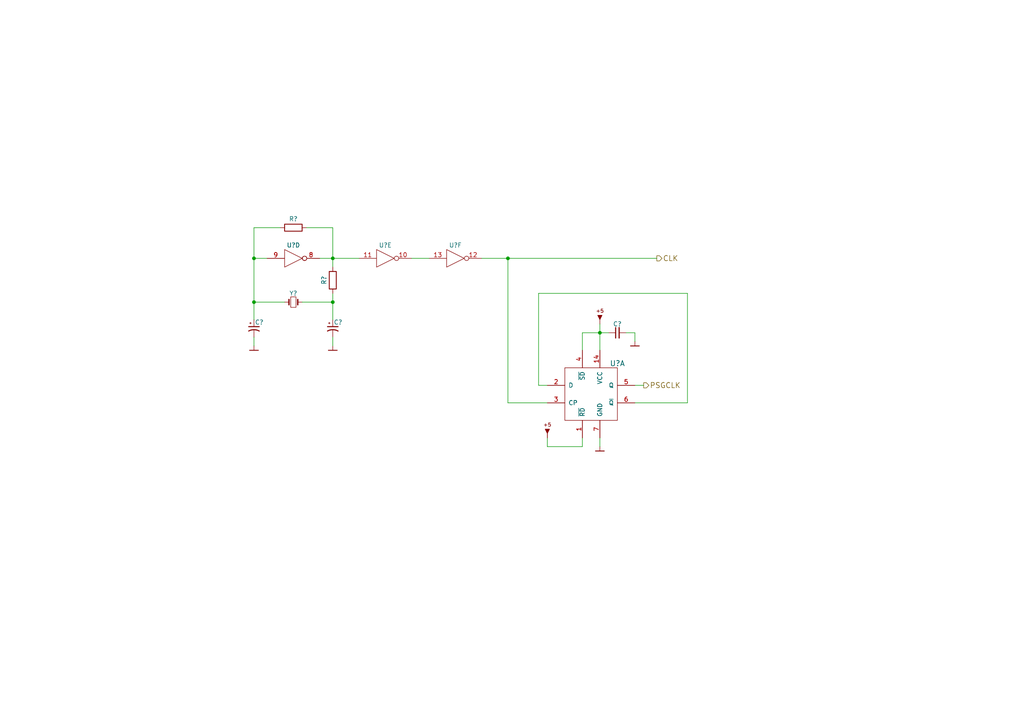
<source format=kicad_sch>
(kicad_sch (version 20211123) (generator eeschema)

  (uuid 0ce1dd44-f307-4f98-9f0d-478fd87daa64)

  (paper "A4")

  (lib_symbols
    (symbol "artemisa:74HC74" (pin_names (offset 1.016)) (in_bom yes) (on_board yes)
      (property "Reference" "U" (id 0) (at -6.35 8.89 0)
        (effects (font (size 1.524 1.524)))
      )
      (property "Value" "74HC74" (id 1) (at 12.7 -6.35 0)
        (effects (font (size 1.524 1.524)))
      )
      (property "Footprint" "" (id 2) (at -2.54 -5.08 0)
        (effects (font (size 1.524 1.524)) hide)
      )
      (property "Datasheet" "" (id 3) (at -2.54 -5.08 0)
        (effects (font (size 1.524 1.524)) hide)
      )
      (symbol "74HC74_1_1"
        (rectangle (start -7.62 7.62) (end 7.62 -7.62)
          (stroke (width 0) (type default) (color 0 0 0 0))
          (fill (type none))
        )
        (pin input line (at -2.54 -12.7 90) (length 5.08)
          (name "~{RD}" (effects (font (size 1.27 1.27))))
          (number "1" (effects (font (size 1.27 1.27))))
        )
        (pin power_in line (at 2.54 12.7 270) (length 5.08)
          (name "VCC" (effects (font (size 1.27 1.27))))
          (number "14" (effects (font (size 1.27 1.27))))
        )
        (pin input line (at -12.7 2.54 0) (length 5.08)
          (name "D" (effects (font (size 1.27 1.27))))
          (number "2" (effects (font (size 1.27 1.27))))
        )
        (pin input line (at -12.7 -2.54 0) (length 5.08)
          (name "CP" (effects (font (size 1.27 1.27))))
          (number "3" (effects (font (size 1.27 1.27))))
        )
        (pin input line (at -2.54 12.7 270) (length 5.08)
          (name "~{SD}" (effects (font (size 1.27 1.27))))
          (number "4" (effects (font (size 1.27 1.27))))
        )
        (pin output line (at 12.7 2.54 180) (length 5.08)
          (name "Q" (effects (font (size 1.27 1.27))))
          (number "5" (effects (font (size 1.27 1.27))))
        )
        (pin output line (at 12.7 -2.54 180) (length 5.08)
          (name "~{Q}" (effects (font (size 1.27 1.27))))
          (number "6" (effects (font (size 1.27 1.27))))
        )
        (pin power_in line (at 2.54 -12.7 90) (length 5.08)
          (name "GND" (effects (font (size 1.27 1.27))))
          (number "7" (effects (font (size 1.27 1.27))))
        )
      )
      (symbol "74HC74_2_1"
        (rectangle (start -5.08 7.62) (end 5.08 -7.62)
          (stroke (width 0) (type default) (color 0 0 0 0))
          (fill (type none))
        )
        (pin input line (at 0 12.7 270) (length 5.08)
          (name "~{SD}" (effects (font (size 1.27 1.27))))
          (number "10" (effects (font (size 1.27 1.27))))
        )
        (pin input line (at -10.16 -2.54 0) (length 5.08)
          (name "CP" (effects (font (size 1.27 1.27))))
          (number "11" (effects (font (size 1.27 1.27))))
        )
        (pin input line (at -10.16 2.54 0) (length 5.08)
          (name "D" (effects (font (size 1.27 1.27))))
          (number "12" (effects (font (size 1.27 1.27))))
        )
        (pin input line (at 0 -12.7 90) (length 5.08)
          (name "~{RD}" (effects (font (size 1.27 1.27))))
          (number "13" (effects (font (size 1.27 1.27))))
        )
        (pin output line (at 10.16 -2.54 180) (length 5.08)
          (name "~{Q}" (effects (font (size 1.27 1.27))))
          (number "8" (effects (font (size 1.27 1.27))))
        )
        (pin output line (at 10.16 2.54 180) (length 5.08)
          (name "Q" (effects (font (size 1.27 1.27))))
          (number "9" (effects (font (size 1.27 1.27))))
        )
      )
    )
    (symbol "artemisa:74HCU04" (pin_names (offset 0.762) hide) (in_bom yes) (on_board yes)
      (property "Reference" "U" (id 0) (at -7.62 2.54 0)
        (effects (font (size 1.27 1.27)))
      )
      (property "Value" "74HCU04" (id 1) (at -6.35 -1.27 0)
        (effects (font (size 1.27 1.27)))
      )
      (property "Footprint" "" (id 2) (at 0 0 0)
        (effects (font (size 1.27 1.27)) hide)
      )
      (property "Datasheet" "" (id 3) (at 0 0 0)
        (effects (font (size 1.27 1.27)) hide)
      )
      (symbol "74HCU04_1_1"
        (polyline
          (pts
            (xy -2.54 -2.54)
            (xy -2.54 2.54)
            (xy 2.54 0)
            (xy -2.54 -2.54)
          )
          (stroke (width 0) (type default) (color 0 0 0 0))
          (fill (type none))
        )
        (text "GND" (at 1.27 -3.81 900)
          (effects (font (size 0.762 0.762)))
        )
        (text "VCC" (at 1.27 3.81 900)
          (effects (font (size 0.762 0.762)))
        )
        (pin input line (at -7.62 0 0) (length 5.0038)
          (name "~" (effects (font (size 1.27 1.27))))
          (number "1" (effects (font (size 1.27 1.27))))
        )
        (pin power_in line (at 0 5.08 270) (length 3.81)
          (name "VCC" (effects (font (size 1.27 1.27))))
          (number "14" (effects (font (size 0.762 0.762))))
        )
        (pin output inverted (at 7.62 0 180) (length 5.0038)
          (name "~" (effects (font (size 1.27 1.27))))
          (number "2" (effects (font (size 1.27 1.27))))
        )
        (pin power_in line (at 0 -5.08 90) (length 3.81)
          (name "GND" (effects (font (size 1.27 1.27))))
          (number "7" (effects (font (size 0.762 0.762))))
        )
      )
      (symbol "74HCU04_1_2"
        (polyline
          (pts
            (xy -2.54 2.54)
            (xy -2.54 -2.54)
            (xy 2.54 0)
            (xy -2.54 2.54)
          )
          (stroke (width 0) (type default) (color 0 0 0 0))
          (fill (type none))
        )
        (pin input inverted (at -7.62 0 0) (length 5.08)
          (name "~" (effects (font (size 1.27 1.27))))
          (number "1" (effects (font (size 1.27 1.27))))
        )
        (pin output line (at 7.62 0 180) (length 5.08)
          (name "~" (effects (font (size 1.27 1.27))))
          (number "2" (effects (font (size 1.27 1.27))))
        )
      )
      (symbol "74HCU04_2_1"
        (polyline
          (pts
            (xy -2.54 2.54)
            (xy -2.54 -2.54)
            (xy 2.54 0)
            (xy -2.54 2.54)
          )
          (stroke (width 0) (type default) (color 0 0 0 0))
          (fill (type none))
        )
        (pin input line (at -7.62 0 0) (length 5.0038)
          (name "~" (effects (font (size 1.27 1.27))))
          (number "3" (effects (font (size 1.27 1.27))))
        )
        (pin output inverted (at 7.62 0 180) (length 5.0038)
          (name "~" (effects (font (size 1.27 1.27))))
          (number "4" (effects (font (size 1.27 1.27))))
        )
      )
      (symbol "74HCU04_2_2"
        (polyline
          (pts
            (xy -2.54 2.54)
            (xy -2.54 -2.54)
            (xy 2.54 0)
            (xy -2.54 2.54)
          )
          (stroke (width 0) (type default) (color 0 0 0 0))
          (fill (type none))
        )
        (pin input inverted (at -7.62 0 0) (length 5.08)
          (name "~" (effects (font (size 1.27 1.27))))
          (number "3" (effects (font (size 1.27 1.27))))
        )
        (pin output line (at 7.62 0 180) (length 5.08)
          (name "~" (effects (font (size 1.27 1.27))))
          (number "4" (effects (font (size 1.27 1.27))))
        )
      )
      (symbol "74HCU04_3_1"
        (polyline
          (pts
            (xy -2.54 2.54)
            (xy -2.54 -2.54)
            (xy 2.54 0)
            (xy -2.54 2.54)
          )
          (stroke (width 0) (type default) (color 0 0 0 0))
          (fill (type none))
        )
        (pin input line (at -7.62 0 0) (length 5.0038)
          (name "~" (effects (font (size 1.27 1.27))))
          (number "5" (effects (font (size 1.27 1.27))))
        )
        (pin output inverted (at 7.62 0 180) (length 5.0038)
          (name "~" (effects (font (size 1.27 1.27))))
          (number "6" (effects (font (size 1.27 1.27))))
        )
      )
      (symbol "74HCU04_3_2"
        (polyline
          (pts
            (xy -2.54 2.54)
            (xy -2.54 -2.54)
            (xy 2.54 0)
            (xy -2.54 2.54)
          )
          (stroke (width 0) (type default) (color 0 0 0 0))
          (fill (type none))
        )
        (pin input inverted (at -7.62 0 0) (length 5.08)
          (name "~" (effects (font (size 1.27 1.27))))
          (number "5" (effects (font (size 1.27 1.27))))
        )
        (pin output line (at 7.62 0 180) (length 5.08)
          (name "~" (effects (font (size 1.27 1.27))))
          (number "6" (effects (font (size 1.27 1.27))))
        )
      )
      (symbol "74HCU04_4_1"
        (polyline
          (pts
            (xy -2.54 2.54)
            (xy -2.54 -2.54)
            (xy 2.54 0)
            (xy -2.54 2.54)
          )
          (stroke (width 0) (type default) (color 0 0 0 0))
          (fill (type none))
        )
        (pin output inverted (at 7.62 0 180) (length 5.0038)
          (name "~" (effects (font (size 1.27 1.27))))
          (number "8" (effects (font (size 1.27 1.27))))
        )
        (pin input line (at -7.62 0 0) (length 5.0038)
          (name "~" (effects (font (size 1.27 1.27))))
          (number "9" (effects (font (size 1.27 1.27))))
        )
      )
      (symbol "74HCU04_4_2"
        (polyline
          (pts
            (xy -2.54 2.54)
            (xy -2.54 -2.54)
            (xy 2.54 0)
            (xy -2.54 2.54)
          )
          (stroke (width 0) (type default) (color 0 0 0 0))
          (fill (type none))
        )
        (pin output line (at 7.62 0 180) (length 5.08)
          (name "~" (effects (font (size 1.27 1.27))))
          (number "8" (effects (font (size 1.27 1.27))))
        )
        (pin input inverted (at -7.62 0 0) (length 5.08)
          (name "~" (effects (font (size 1.27 1.27))))
          (number "9" (effects (font (size 1.27 1.27))))
        )
      )
      (symbol "74HCU04_5_1"
        (polyline
          (pts
            (xy -2.54 2.54)
            (xy -2.54 -2.54)
            (xy 2.54 0)
            (xy -2.54 2.54)
          )
          (stroke (width 0) (type default) (color 0 0 0 0))
          (fill (type none))
        )
        (pin output inverted (at 7.62 0 180) (length 5.0038)
          (name "~" (effects (font (size 1.27 1.27))))
          (number "10" (effects (font (size 1.27 1.27))))
        )
        (pin input line (at -7.62 0 0) (length 5.0038)
          (name "~" (effects (font (size 1.27 1.27))))
          (number "11" (effects (font (size 1.27 1.27))))
        )
      )
      (symbol "74HCU04_5_2"
        (polyline
          (pts
            (xy -2.54 2.54)
            (xy -2.54 -2.54)
            (xy 2.54 0)
            (xy -2.54 2.54)
          )
          (stroke (width 0) (type default) (color 0 0 0 0))
          (fill (type none))
        )
        (pin output line (at 7.62 0 180) (length 5.08)
          (name "~" (effects (font (size 1.27 1.27))))
          (number "10" (effects (font (size 1.27 1.27))))
        )
        (pin input inverted (at -7.62 0 0) (length 5.08)
          (name "~" (effects (font (size 1.27 1.27))))
          (number "11" (effects (font (size 1.27 1.27))))
        )
      )
      (symbol "74HCU04_6_1"
        (polyline
          (pts
            (xy -2.54 2.54)
            (xy -2.54 -2.54)
            (xy 2.54 0)
            (xy -2.54 2.54)
          )
          (stroke (width 0) (type default) (color 0 0 0 0))
          (fill (type none))
        )
        (pin output inverted (at 7.62 0 180) (length 5.0038)
          (name "~" (effects (font (size 1.27 1.27))))
          (number "12" (effects (font (size 1.27 1.27))))
        )
        (pin input line (at -7.62 0 0) (length 5.0038)
          (name "~" (effects (font (size 1.27 1.27))))
          (number "13" (effects (font (size 1.27 1.27))))
        )
      )
      (symbol "74HCU04_6_2"
        (polyline
          (pts
            (xy -2.54 2.54)
            (xy -2.54 -2.54)
            (xy 2.54 0)
            (xy -2.54 2.54)
          )
          (stroke (width 0) (type default) (color 0 0 0 0))
          (fill (type none))
        )
        (pin output line (at 7.62 0 180) (length 5.08)
          (name "~" (effects (font (size 1.27 1.27))))
          (number "12" (effects (font (size 1.27 1.27))))
        )
        (pin input inverted (at -7.62 0 0) (length 5.08)
          (name "~" (effects (font (size 1.27 1.27))))
          (number "13" (effects (font (size 1.27 1.27))))
        )
      )
    )
    (symbol "artemisa:CP" (pin_numbers hide) (pin_names (offset 0.254) hide) (in_bom yes) (on_board yes)
      (property "Reference" "C" (id 0) (at 0.254 1.778 0)
        (effects (font (size 1.27 1.27)) (justify left))
      )
      (property "Value" "CP" (id 1) (at 0.254 -2.032 0)
        (effects (font (size 1.27 1.27)) (justify left))
      )
      (property "Footprint" "" (id 2) (at 0 0 0)
        (effects (font (size 1.27 1.27)) hide)
      )
      (property "Datasheet" "" (id 3) (at 0 0 0)
        (effects (font (size 1.27 1.27)) hide)
      )
      (property "ki_fp_filters" "CP_*" (id 4) (at 0 0 0)
        (effects (font (size 1.27 1.27)) hide)
      )
      (symbol "CP_0_1"
        (polyline
          (pts
            (xy -1.524 0.508)
            (xy 1.524 0.508)
          )
          (stroke (width 0.3048) (type default) (color 0 0 0 0))
          (fill (type none))
        )
        (polyline
          (pts
            (xy -1.27 1.524)
            (xy -0.762 1.524)
          )
          (stroke (width 0) (type default) (color 0 0 0 0))
          (fill (type none))
        )
        (polyline
          (pts
            (xy -1.016 1.27)
            (xy -1.016 1.778)
          )
          (stroke (width 0) (type default) (color 0 0 0 0))
          (fill (type none))
        )
        (arc (start 1.524 -0.762) (mid 0 -0.3734) (end -1.524 -0.762)
          (stroke (width 0.3048) (type default) (color 0 0 0 0))
          (fill (type none))
        )
      )
      (symbol "CP_1_1"
        (pin passive line (at 0 2.54 270) (length 2.032)
          (name "~" (effects (font (size 1.27 1.27))))
          (number "1" (effects (font (size 1.27 1.27))))
        )
        (pin passive line (at 0 -2.54 90) (length 2.032)
          (name "~" (effects (font (size 1.27 1.27))))
          (number "2" (effects (font (size 1.27 1.27))))
        )
      )
    )
    (symbol "artemisa:Cap" (pin_numbers hide) (pin_names (offset 0.254) hide) (in_bom yes) (on_board yes)
      (property "Reference" "C" (id 0) (at 0.254 1.778 0)
        (effects (font (size 1.27 1.27)) (justify left))
      )
      (property "Value" "Cap" (id 1) (at 0.254 -2.032 0)
        (effects (font (size 1.27 1.27)) (justify left))
      )
      (property "Footprint" "" (id 2) (at 0 0 0)
        (effects (font (size 1.27 1.27)) hide)
      )
      (property "Datasheet" "" (id 3) (at 0 0 0)
        (effects (font (size 1.27 1.27)) hide)
      )
      (property "ki_fp_filters" "C_*" (id 4) (at 0 0 0)
        (effects (font (size 1.27 1.27)) hide)
      )
      (symbol "Cap_0_1"
        (polyline
          (pts
            (xy -1.524 -0.508)
            (xy 1.524 -0.508)
          )
          (stroke (width 0.3302) (type default) (color 0 0 0 0))
          (fill (type none))
        )
        (polyline
          (pts
            (xy -1.524 0.508)
            (xy 1.524 0.508)
          )
          (stroke (width 0.3048) (type default) (color 0 0 0 0))
          (fill (type none))
        )
      )
      (symbol "Cap_1_1"
        (pin passive line (at 0 2.54 270) (length 2.032)
          (name "~" (effects (font (size 1.27 1.27))))
          (number "1" (effects (font (size 1.27 1.27))))
        )
        (pin passive line (at 0 -2.54 90) (length 2.032)
          (name "~" (effects (font (size 1.27 1.27))))
          (number "2" (effects (font (size 1.27 1.27))))
        )
      )
    )
    (symbol "artemisa:Crystal" (pin_numbers hide) (pin_names (offset 1.016) hide) (in_bom yes) (on_board yes)
      (property "Reference" "Y" (id 0) (at 0 2.54 0)
        (effects (font (size 1.27 1.27)))
      )
      (property "Value" "Crystal" (id 1) (at 0 -2.54 0)
        (effects (font (size 1.27 1.27)))
      )
      (property "Footprint" "" (id 2) (at 0 0 0)
        (effects (font (size 1.27 1.27)) hide)
      )
      (property "Datasheet" "" (id 3) (at 0 0 0)
        (effects (font (size 1.27 1.27)) hide)
      )
      (property "ki_fp_filters" "Crystal*" (id 4) (at 0 0 0)
        (effects (font (size 1.27 1.27)) hide)
      )
      (symbol "Crystal_0_1"
        (rectangle (start -0.762 -1.524) (end 0.762 1.524)
          (stroke (width 0) (type default) (color 0 0 0 0))
          (fill (type none))
        )
        (polyline
          (pts
            (xy -1.27 -0.762)
            (xy -1.27 0.762)
          )
          (stroke (width 0.381) (type default) (color 0 0 0 0))
          (fill (type none))
        )
        (polyline
          (pts
            (xy 1.27 -0.762)
            (xy 1.27 0.762)
          )
          (stroke (width 0.381) (type default) (color 0 0 0 0))
          (fill (type none))
        )
      )
      (symbol "Crystal_1_1"
        (pin passive line (at -2.54 0 0) (length 1.27)
          (name "1" (effects (font (size 1.27 1.27))))
          (number "1" (effects (font (size 1.27 1.27))))
        )
        (pin passive line (at 2.54 0 180) (length 1.27)
          (name "2" (effects (font (size 1.27 1.27))))
          (number "2" (effects (font (size 1.27 1.27))))
        )
      )
    )
    (symbol "artemisa:GND" (power) (pin_numbers hide) (pin_names (offset 0) hide) (in_bom yes) (on_board yes)
      (property "Reference" "#PWR" (id 0) (at 0 -2.54 0)
        (effects (font (size 1.524 1.524)) hide)
      )
      (property "Value" "GND" (id 1) (at 0 2.54 0)
        (effects (font (size 1.524 1.524)) hide)
      )
      (property "Footprint" "" (id 2) (at 0 0 0)
        (effects (font (size 1.524 1.524)) hide)
      )
      (property "Datasheet" "" (id 3) (at 0 0 0)
        (effects (font (size 1.524 1.524)) hide)
      )
      (symbol "GND_0_1"
        (polyline
          (pts
            (xy -1.27 -1.27)
            (xy 1.27 -1.27)
          )
          (stroke (width 0.254) (type default) (color 0 0 0 0))
          (fill (type none))
        )
      )
      (symbol "GND_1_1"
        (pin power_in line (at 0 0 270) (length 1.27)
          (name "GND" (effects (font (size 1.27 1.27))))
          (number "~" (effects (font (size 1.27 1.27))))
        )
      )
    )
    (symbol "artemisa:R" (pin_numbers hide) (pin_names (offset 1.016)) (in_bom yes) (on_board yes)
      (property "Reference" "R" (id 0) (at 0 -2.54 0)
        (effects (font (size 1.524 1.524)))
      )
      (property "Value" "R" (id 1) (at 0 0 0)
        (effects (font (size 1.016 1.016)))
      )
      (property "Footprint" "" (id 2) (at 0 0 90)
        (effects (font (size 1.524 1.524)) hide)
      )
      (property "Datasheet" "" (id 3) (at 0 0 90)
        (effects (font (size 1.524 1.524)) hide)
      )
      (symbol "R_1_1"
        (rectangle (start 2.54 -1.016) (end -2.54 1.016)
          (stroke (width 0.254) (type default) (color 0 0 0 0))
          (fill (type none))
        )
        (pin passive line (at -3.81 0 0) (length 1.27)
          (name "~" (effects (font (size 1.27 1.27))))
          (number "1" (effects (font (size 1.27 1.27))))
        )
        (pin passive line (at 3.81 0 180) (length 1.27)
          (name "~" (effects (font (size 1.27 1.27))))
          (number "2" (effects (font (size 1.27 1.27))))
        )
      )
    )
    (symbol "artemisa:VCC" (power) (pin_numbers hide) (pin_names (offset 0) hide) (in_bom yes) (on_board yes)
      (property "Reference" "#PWR" (id 0) (at 0 -1.27 0)
        (effects (font (size 1.524 1.524)) hide)
      )
      (property "Value" "VCC" (id 1) (at 0 6.35 0)
        (effects (font (size 1.524 1.524)) hide)
      )
      (property "Footprint" "" (id 2) (at 0 0 0)
        (effects (font (size 1.524 1.524)) hide)
      )
      (property "Datasheet" "" (id 3) (at 0 0 0)
        (effects (font (size 1.524 1.524)) hide)
      )
      (symbol "VCC_0_0"
        (text "+5" (at 0 3.81 0)
          (effects (font (size 1.016 1.016)))
        )
      )
      (symbol "VCC_0_1"
        (polyline
          (pts
            (xy 0 1.27)
            (xy 0.635 2.54)
            (xy -0.635 2.54)
            (xy 0 1.27)
          )
          (stroke (width 0) (type default) (color 0 0 0 0))
          (fill (type outline))
        )
      )
      (symbol "VCC_1_1"
        (pin power_in line (at 0 0 90) (length 1.27)
          (name "~" (effects (font (size 1.27 1.27))))
          (number "~" (effects (font (size 1.27 1.27))))
        )
      )
    )
  )

  (junction (at 73.66 87.63) (diameter 0) (color 0 0 0 0)
    (uuid 2b25e886-ded1-450a-ada1-ece4208052e4)
  )
  (junction (at 73.66 74.93) (diameter 0) (color 0 0 0 0)
    (uuid 5e6153e6-2c19-46de-9a8e-b310a2a07861)
  )
  (junction (at 96.52 87.63) (diameter 0) (color 0 0 0 0)
    (uuid 62f15a9a-9893-486e-9ad0-ea43f88fc9e7)
  )
  (junction (at 147.32 74.93) (diameter 0) (color 0 0 0 0)
    (uuid a686ed7c-c2d1-4d29-9d54-727faf9fd6bf)
  )
  (junction (at 96.52 74.93) (diameter 0) (color 0 0 0 0)
    (uuid c15b2f75-2e10-4b71-bebb-e2b872171b92)
  )
  (junction (at 173.99 96.52) (diameter 0) (color 0 0 0 0)
    (uuid fe6d9604-2924-4f38-950b-a31e8a281973)
  )

  (wire (pts (xy 173.99 96.52) (xy 173.99 101.6))
    (stroke (width 0) (type default) (color 0 0 0 0))
    (uuid 082aed28-f9e8-49e7-96ee-b5aa9f0319c7)
  )
  (wire (pts (xy 73.66 87.63) (xy 73.66 92.71))
    (stroke (width 0) (type default) (color 0 0 0 0))
    (uuid 09bbea88-8bd7-48ec-baae-1b4a9a11a40e)
  )
  (wire (pts (xy 81.28 66.04) (xy 73.66 66.04))
    (stroke (width 0) (type default) (color 0 0 0 0))
    (uuid 0f0f7bb5-ade7-4a81-82b4-43be6a8ad05c)
  )
  (wire (pts (xy 173.99 96.52) (xy 176.53 96.52))
    (stroke (width 0) (type default) (color 0 0 0 0))
    (uuid 10b20c6b-8045-46d1-a965-0d7dd9a1b5fa)
  )
  (wire (pts (xy 147.32 74.93) (xy 190.5 74.93))
    (stroke (width 0) (type default) (color 0 0 0 0))
    (uuid 15189cef-9045-423b-b4f6-a763d4e75704)
  )
  (wire (pts (xy 73.66 66.04) (xy 73.66 74.93))
    (stroke (width 0) (type default) (color 0 0 0 0))
    (uuid 1cacb878-9da4-41fc-aa80-018bc841e19a)
  )
  (wire (pts (xy 156.21 111.76) (xy 158.75 111.76))
    (stroke (width 0) (type default) (color 0 0 0 0))
    (uuid 291935ec-f8ff-41f0-8717-e68b8af7b8c1)
  )
  (wire (pts (xy 147.32 116.84) (xy 147.32 74.93))
    (stroke (width 0) (type default) (color 0 0 0 0))
    (uuid 2a4111b7-8149-4814-9344-3b8119cd75e4)
  )
  (wire (pts (xy 158.75 116.84) (xy 147.32 116.84))
    (stroke (width 0) (type default) (color 0 0 0 0))
    (uuid 35fb7c56-dc85-43f7-b954-81b8040a8500)
  )
  (wire (pts (xy 73.66 74.93) (xy 73.66 87.63))
    (stroke (width 0) (type default) (color 0 0 0 0))
    (uuid 41c18011-40db-4384-9ba4-c0158d0d9d6a)
  )
  (wire (pts (xy 96.52 87.63) (xy 96.52 92.71))
    (stroke (width 0) (type default) (color 0 0 0 0))
    (uuid 4346fe55-f906-453a-b81a-1c013104a598)
  )
  (wire (pts (xy 173.99 129.54) (xy 173.99 127))
    (stroke (width 0) (type default) (color 0 0 0 0))
    (uuid 4e677390-a246-4ca0-954c-746e0870f88f)
  )
  (wire (pts (xy 96.52 85.09) (xy 96.52 87.63))
    (stroke (width 0) (type default) (color 0 0 0 0))
    (uuid 51cc007a-3378-4ce3-909c-71e94822f8d1)
  )
  (wire (pts (xy 73.66 87.63) (xy 82.55 87.63))
    (stroke (width 0) (type default) (color 0 0 0 0))
    (uuid 5576cd03-3bad-40c5-9316-1d286895d52a)
  )
  (wire (pts (xy 168.91 127) (xy 168.91 129.54))
    (stroke (width 0) (type default) (color 0 0 0 0))
    (uuid 560d05a7-84e4-403a-80d1-f287a4032b8a)
  )
  (wire (pts (xy 96.52 74.93) (xy 92.71 74.93))
    (stroke (width 0) (type default) (color 0 0 0 0))
    (uuid 56d2bc5d-fd72-4542-ab0f-053a5fd60efa)
  )
  (wire (pts (xy 156.21 85.09) (xy 199.39 85.09))
    (stroke (width 0) (type default) (color 0 0 0 0))
    (uuid 59f60168-cced-43c9-aaa5-41a1a8a2f631)
  )
  (wire (pts (xy 139.7 74.93) (xy 147.32 74.93))
    (stroke (width 0) (type default) (color 0 0 0 0))
    (uuid 66ca01b3-51ff-4294-9b77-4492e98f6aec)
  )
  (wire (pts (xy 156.21 111.76) (xy 156.21 85.09))
    (stroke (width 0) (type default) (color 0 0 0 0))
    (uuid 73ee7e03-97a8-4121-b568-c25f3934a935)
  )
  (wire (pts (xy 186.69 111.76) (xy 184.15 111.76))
    (stroke (width 0) (type default) (color 0 0 0 0))
    (uuid 74855e0d-40e4-4940-a544-edae9207b2ea)
  )
  (wire (pts (xy 158.75 129.54) (xy 168.91 129.54))
    (stroke (width 0) (type default) (color 0 0 0 0))
    (uuid 7f064424-06a6-4f5b-87d6-1970ae527766)
  )
  (wire (pts (xy 168.91 96.52) (xy 168.91 101.6))
    (stroke (width 0) (type default) (color 0 0 0 0))
    (uuid 82204892-ec79-4d38-a593-52fb9a9b4b87)
  )
  (wire (pts (xy 73.66 100.33) (xy 73.66 97.79))
    (stroke (width 0) (type default) (color 0 0 0 0))
    (uuid 83184391-76ed-44f0-8cd0-01f89f157bdb)
  )
  (wire (pts (xy 184.15 99.06) (xy 184.15 96.52))
    (stroke (width 0) (type default) (color 0 0 0 0))
    (uuid 8b963561-586b-4575-b721-87e7914602c6)
  )
  (wire (pts (xy 87.63 87.63) (xy 96.52 87.63))
    (stroke (width 0) (type default) (color 0 0 0 0))
    (uuid 96ef76a5-90c3-4767-98ba-2b61887e28d3)
  )
  (wire (pts (xy 96.52 74.93) (xy 104.14 74.93))
    (stroke (width 0) (type default) (color 0 0 0 0))
    (uuid 9f969b13-1795-4747-8326-93bdc304ed56)
  )
  (wire (pts (xy 158.75 127) (xy 158.75 129.54))
    (stroke (width 0) (type default) (color 0 0 0 0))
    (uuid a2a0f5cc-b5aa-4e3e-8d85-23bdc2f59aec)
  )
  (wire (pts (xy 96.52 66.04) (xy 96.52 74.93))
    (stroke (width 0) (type default) (color 0 0 0 0))
    (uuid b2b363dd-8e47-4a76-a142-e00e28334875)
  )
  (wire (pts (xy 173.99 96.52) (xy 168.91 96.52))
    (stroke (width 0) (type default) (color 0 0 0 0))
    (uuid b8c8c7a1-d546-4878-9de9-463ec76dff98)
  )
  (wire (pts (xy 96.52 74.93) (xy 96.52 77.47))
    (stroke (width 0) (type default) (color 0 0 0 0))
    (uuid c512fed3-9770-476b-b048-e781b4f3cd72)
  )
  (wire (pts (xy 96.52 66.04) (xy 88.9 66.04))
    (stroke (width 0) (type default) (color 0 0 0 0))
    (uuid cb1a49ef-0a06-4f40-9008-61d1d1c36198)
  )
  (wire (pts (xy 124.46 74.93) (xy 119.38 74.93))
    (stroke (width 0) (type default) (color 0 0 0 0))
    (uuid d655bb0a-cbf9-4908-ad60-7024ff468fbd)
  )
  (wire (pts (xy 199.39 116.84) (xy 199.39 85.09))
    (stroke (width 0) (type default) (color 0 0 0 0))
    (uuid d68dca9b-48b3-498b-9b5f-3b3838250f82)
  )
  (wire (pts (xy 184.15 96.52) (xy 181.61 96.52))
    (stroke (width 0) (type default) (color 0 0 0 0))
    (uuid da862bae-4511-4bb9-b18d-fa60a2737feb)
  )
  (wire (pts (xy 96.52 100.33) (xy 96.52 97.79))
    (stroke (width 0) (type default) (color 0 0 0 0))
    (uuid db6412d3-e6c3-4bdd-abf4-a8f55d56df31)
  )
  (wire (pts (xy 173.99 96.52) (xy 173.99 93.98))
    (stroke (width 0) (type default) (color 0 0 0 0))
    (uuid ef94502b-f22d-4da7-a17f-4100090b03a1)
  )
  (wire (pts (xy 184.15 116.84) (xy 199.39 116.84))
    (stroke (width 0) (type default) (color 0 0 0 0))
    (uuid f6a3288e-9575-42bb-af05-a920d59aded8)
  )
  (wire (pts (xy 77.47 74.93) (xy 73.66 74.93))
    (stroke (width 0) (type default) (color 0 0 0 0))
    (uuid f6a5c856-f2b5-40eb-a958-b666a0d408a0)
  )

  (hierarchical_label "PSGCLK" (shape output) (at 186.69 111.76 0)
    (effects (font (size 1.524 1.524)) (justify left))
    (uuid a239fd1d-dfbb-49fd-b565-8c3de9dcf42b)
  )
  (hierarchical_label "CLK" (shape output) (at 190.5 74.93 0)
    (effects (font (size 1.524 1.524)) (justify left))
    (uuid b9d4de74-d246-495d-8b63-12ab2133d6d6)
  )

  (symbol (lib_id "artemisa:Crystal") (at 85.09 87.63 0) (unit 1)
    (in_bom yes) (on_board yes)
    (uuid 00000000-0000-0000-0000-00005bf8884a)
    (property "Reference" "Y?" (id 0) (at 85.09 85.09 0))
    (property "Value" "" (id 1) (at 85.09 90.17 0))
    (property "Footprint" "" (id 2) (at 85.09 87.63 0)
      (effects (font (size 1.27 1.27)) hide)
    )
    (property "Datasheet" "" (id 3) (at 85.09 87.63 0)
      (effects (font (size 1.27 1.27)) hide)
    )
    (pin "1" (uuid bca00d08-1d1a-4671-abf5-2a3e69bc9ac6))
    (pin "2" (uuid 5c1f794e-f46f-47ee-9ff4-80d57ea4af19))
  )

  (symbol (lib_id "artemisa:CP") (at 73.66 95.25 0) (unit 1)
    (in_bom yes) (on_board yes)
    (uuid 00000000-0000-0000-0000-00005bf88851)
    (property "Reference" "C?" (id 0) (at 73.914 93.472 0)
      (effects (font (size 1.27 1.27)) (justify left))
    )
    (property "Value" "" (id 1) (at 73.914 97.282 0)
      (effects (font (size 1.27 1.27)) (justify left))
    )
    (property "Footprint" "" (id 2) (at 73.66 95.25 0)
      (effects (font (size 1.27 1.27)) hide)
    )
    (property "Datasheet" "" (id 3) (at 73.66 95.25 0)
      (effects (font (size 1.27 1.27)) hide)
    )
    (pin "1" (uuid 3edf4ad6-d132-45a4-8ed7-00927515ef53))
    (pin "2" (uuid e23778c8-498f-4f3c-a496-ca7948cd8002))
  )

  (symbol (lib_id "artemisa:CP") (at 96.52 95.25 0) (unit 1)
    (in_bom yes) (on_board yes)
    (uuid 00000000-0000-0000-0000-00005bf88858)
    (property "Reference" "C?" (id 0) (at 96.774 93.472 0)
      (effects (font (size 1.27 1.27)) (justify left))
    )
    (property "Value" "" (id 1) (at 96.774 97.282 0)
      (effects (font (size 1.27 1.27)) (justify left))
    )
    (property "Footprint" "" (id 2) (at 96.52 95.25 0)
      (effects (font (size 1.27 1.27)) hide)
    )
    (property "Datasheet" "" (id 3) (at 96.52 95.25 0)
      (effects (font (size 1.27 1.27)) hide)
    )
    (pin "1" (uuid 46e9332d-c795-4bf9-ac30-672c9f0dc01b))
    (pin "2" (uuid 1aed41db-dfd3-4b90-b7a1-5c94e9557cf1))
  )

  (symbol (lib_id "artemisa:74HCU04") (at 85.09 74.93 0) (unit 4)
    (in_bom yes) (on_board yes)
    (uuid 00000000-0000-0000-0000-00005bf8886e)
    (property "Reference" "U?" (id 0) (at 85.09 71.12 0))
    (property "Value" "" (id 1) (at 85.09 78.74 0))
    (property "Footprint" "" (id 2) (at 85.09 74.93 0)
      (effects (font (size 1.27 1.27)) hide)
    )
    (property "Datasheet" "" (id 3) (at 85.09 74.93 0)
      (effects (font (size 1.27 1.27)) hide)
    )
    (pin "1" (uuid 7718da40-efa4-4e34-a267-870901c29b55))
    (pin "14" (uuid 3ec49490-906f-4a46-929c-b30b1502736b))
    (pin "2" (uuid 4dcf12f0-d22f-49eb-aa1b-3474b4dab3ed))
    (pin "7" (uuid 91ffa1de-4bff-4918-b879-52ed70dec913))
    (pin "3" (uuid a33778ae-6c6a-48d8-8b4c-745bf59d1391))
    (pin "4" (uuid 819438cd-eb04-49f4-9ba8-859316429688))
    (pin "5" (uuid abc425ae-34db-440c-baf2-199506429483))
    (pin "6" (uuid 4f46b8e8-9e73-4b6a-8e59-fbe50391f07b))
    (pin "8" (uuid 365ed274-ece5-479d-b394-a22ea72d34fa))
    (pin "9" (uuid 88afed53-0ec6-40ea-9b0f-1706cb8cd6a8))
    (pin "10" (uuid 9cedd501-5f1f-4872-8443-b4cd2ed87a12))
    (pin "11" (uuid c3ae173e-fd64-439b-98c6-e5ca41528bd9))
    (pin "12" (uuid 6b3f8bcc-3de8-4f39-8ed0-7c34895de042))
    (pin "13" (uuid 1095e07d-8c1c-40df-abaa-9cd930a13e62))
  )

  (symbol (lib_id "artemisa:74HCU04") (at 111.76 74.93 0) (unit 5)
    (in_bom yes) (on_board yes)
    (uuid 00000000-0000-0000-0000-00005bf88875)
    (property "Reference" "U?" (id 0) (at 111.76 71.12 0))
    (property "Value" "" (id 1) (at 111.76 78.74 0))
    (property "Footprint" "" (id 2) (at 111.76 74.93 0)
      (effects (font (size 1.27 1.27)) hide)
    )
    (property "Datasheet" "" (id 3) (at 111.76 74.93 0)
      (effects (font (size 1.27 1.27)) hide)
    )
    (pin "1" (uuid 59105f9e-ada0-43e1-b3fb-c68ff75361e5))
    (pin "14" (uuid dfa64e3a-853f-45da-b6d7-93e2561a9b32))
    (pin "2" (uuid 52989783-c2ed-45d3-950f-2c6b6662bce9))
    (pin "7" (uuid 125b7ac6-58f8-4648-989a-7cb26078849e))
    (pin "3" (uuid c1af82fd-462e-47ca-b7fb-c897785e1a3e))
    (pin "4" (uuid 65840528-ae86-4ed9-af78-7b21e0f683c8))
    (pin "5" (uuid d4839c2b-a8ac-4cb1-92a9-e61030bbd675))
    (pin "6" (uuid 79401260-2f1e-4ed0-ada7-f2b90f89f5c6))
    (pin "8" (uuid b64b9c63-ae51-42f0-ac58-38094e4e141c))
    (pin "9" (uuid 3d8e7201-6ce5-4a8e-862f-faa744c79c67))
    (pin "10" (uuid ee38aec0-5beb-4800-bc27-4f11cb44b86c))
    (pin "11" (uuid c579da56-4f9a-4f3d-b913-557f4d7be3b4))
    (pin "12" (uuid 84b0d34f-561e-4159-b869-09ac10a3659e))
    (pin "13" (uuid bebef2ce-b901-44fd-84a6-49ad9d2cf651))
  )

  (symbol (lib_id "artemisa:R") (at 96.52 81.28 90) (unit 1)
    (in_bom yes) (on_board yes)
    (uuid 00000000-0000-0000-0000-00005bf8887c)
    (property "Reference" "R?" (id 0) (at 93.98 81.28 0))
    (property "Value" "" (id 1) (at 96.52 81.28 0)
      (effects (font (size 0.9906 0.9906)))
    )
    (property "Footprint" "" (id 2) (at 96.52 83.058 90)
      (effects (font (size 1.27 1.27)) hide)
    )
    (property "Datasheet" "" (id 3) (at 96.52 81.28 0)
      (effects (font (size 1.27 1.27)) hide)
    )
    (pin "1" (uuid 82f2e0d6-2fda-41d6-9b1f-1d94d4f9cb34))
    (pin "2" (uuid 9cb58f46-f724-447a-977f-c25c4fa3c7c4))
  )

  (symbol (lib_id "artemisa:R") (at 85.09 66.04 0) (unit 1)
    (in_bom yes) (on_board yes)
    (uuid 00000000-0000-0000-0000-00005bf88889)
    (property "Reference" "R?" (id 0) (at 85.09 63.5 0))
    (property "Value" "" (id 1) (at 85.09 66.04 0)
      (effects (font (size 0.9906 0.9906)))
    )
    (property "Footprint" "" (id 2) (at 83.312 66.04 90)
      (effects (font (size 1.27 1.27)) hide)
    )
    (property "Datasheet" "" (id 3) (at 85.09 66.04 0)
      (effects (font (size 1.27 1.27)) hide)
    )
    (pin "1" (uuid 8289d44a-3294-48d7-9aaf-7acd858828dc))
    (pin "2" (uuid 3fac1ffd-dad4-476c-b799-25824aef20cf))
  )

  (symbol (lib_id "artemisa:74HCU04") (at 132.08 74.93 0) (unit 6)
    (in_bom yes) (on_board yes)
    (uuid 00000000-0000-0000-0000-00005bf8889a)
    (property "Reference" "U?" (id 0) (at 132.08 71.12 0))
    (property "Value" "" (id 1) (at 132.08 78.74 0))
    (property "Footprint" "" (id 2) (at 132.08 74.93 0)
      (effects (font (size 1.27 1.27)) hide)
    )
    (property "Datasheet" "" (id 3) (at 132.08 74.93 0)
      (effects (font (size 1.27 1.27)) hide)
    )
    (pin "1" (uuid d359f93e-704c-4d39-a437-9e6ae37eeb8f))
    (pin "14" (uuid 3fd0b65e-9dcc-4cde-917a-b3cacc42de47))
    (pin "2" (uuid 0e463808-51a8-4fe7-a3dd-e5cba2e81679))
    (pin "7" (uuid 2be5b708-76d3-4fa2-bd24-ba040ea870cf))
    (pin "3" (uuid 06238c72-f351-48ec-8a71-67d629a9b0b4))
    (pin "4" (uuid 518bc6cb-8998-45f3-9ca5-d6ef52682784))
    (pin "5" (uuid 3e338933-e9f4-45de-9ca2-d8dcfcaf8f59))
    (pin "6" (uuid f5677c41-5f29-4841-b647-470fd7be97f4))
    (pin "8" (uuid dd68fbf7-1b9e-464f-b0f8-c410d28cca58))
    (pin "9" (uuid 9533c33a-6bad-4dda-b0d3-7708db91a8a9))
    (pin "10" (uuid e8f1b820-faa5-4505-aec2-16ae742413fe))
    (pin "11" (uuid 716d3e07-623e-497f-945c-16daf2a02cec))
    (pin "12" (uuid 32b13f48-766e-4a55-8288-076cc8c02164))
    (pin "13" (uuid 8f823fa7-9625-488d-86a8-edebc666e2b1))
  )

  (symbol (lib_id "artemisa:74HC74") (at 171.45 114.3 0) (unit 1)
    (in_bom yes) (on_board yes)
    (uuid 00000000-0000-0000-0000-00005bfe5cc0)
    (property "Reference" "U?" (id 0) (at 179.07 105.41 0)
      (effects (font (size 1.524 1.524)))
    )
    (property "Value" "" (id 1) (at 180.34 124.46 0)
      (effects (font (size 1.524 1.524)))
    )
    (property "Footprint" "" (id 2) (at 171.45 119.38 0)
      (effects (font (size 1.524 1.524)) hide)
    )
    (property "Datasheet" "" (id 3) (at 171.45 119.38 0)
      (effects (font (size 1.524 1.524)) hide)
    )
    (pin "1" (uuid c6046fbf-8926-4dbf-8b01-5220e4d2de37))
    (pin "14" (uuid 2b6301a3-5467-4fc1-bb31-50e77447df18))
    (pin "2" (uuid 8c077155-3d1b-4c61-8ad6-aa7da49ff67a))
    (pin "3" (uuid f5c2b239-25c2-4a77-b83f-96c3fdbe7817))
    (pin "4" (uuid 5f70a067-b3bd-48a3-8ea3-c9f50586f7c5))
    (pin "5" (uuid 22e3c59c-b0c7-47c4-8072-845a74a60838))
    (pin "6" (uuid 00d35d35-a124-4754-a19e-a3136e64fbfa))
    (pin "7" (uuid d2a2d595-c71b-425e-a2be-8543c0300d91))
    (pin "10" (uuid e47e6e95-0956-4169-b0b3-7209e279c08c))
    (pin "11" (uuid 00f581e5-cd74-4331-848f-de2ca93f7f36))
    (pin "12" (uuid 9e838fb8-ba8a-4829-aa7e-5c1e4f925533))
    (pin "13" (uuid 19f50e7a-18b3-487b-b35e-21be3ffa34e5))
    (pin "8" (uuid b6ca9688-23ae-4b35-8e30-96a2f33dbe4d))
    (pin "9" (uuid ea5d18f5-d505-4f66-9596-373e2236d623))
  )

  (symbol (lib_id "artemisa:VCC") (at 173.99 93.98 0) (unit 1)
    (in_bom yes) (on_board yes)
    (uuid 00000000-0000-0000-0000-00005db548b1)
    (property "Reference" "#PWR0127" (id 0) (at 173.99 95.25 0)
      (effects (font (size 1.524 1.524)) hide)
    )
    (property "Value" "" (id 1) (at 173.99 87.63 0)
      (effects (font (size 1.524 1.524)) hide)
    )
    (property "Footprint" "" (id 2) (at 173.99 93.98 0)
      (effects (font (size 1.524 1.524)) hide)
    )
    (property "Datasheet" "" (id 3) (at 173.99 93.98 0)
      (effects (font (size 1.524 1.524)) hide)
    )
    (pin "~" (uuid fa339bd6-bf6d-4b68-82ab-db053b651a3e))
  )

  (symbol (lib_id "artemisa:GND") (at 96.52 100.33 0) (unit 1)
    (in_bom yes) (on_board yes)
    (uuid 00000000-0000-0000-0000-00005db55aa4)
    (property "Reference" "#PWR0129" (id 0) (at 96.52 102.87 0)
      (effects (font (size 1.524 1.524)) hide)
    )
    (property "Value" "" (id 1) (at 96.52 97.79 0)
      (effects (font (size 1.524 1.524)) hide)
    )
    (property "Footprint" "" (id 2) (at 96.52 100.33 0)
      (effects (font (size 1.524 1.524)) hide)
    )
    (property "Datasheet" "" (id 3) (at 96.52 100.33 0)
      (effects (font (size 1.524 1.524)) hide)
    )
    (pin "~" (uuid 42ac3088-9453-4c74-ad7f-9a2bd627cf97))
  )

  (symbol (lib_id "artemisa:GND") (at 73.66 100.33 0) (unit 1)
    (in_bom yes) (on_board yes)
    (uuid 00000000-0000-0000-0000-00005db56097)
    (property "Reference" "#PWR0128" (id 0) (at 73.66 102.87 0)
      (effects (font (size 1.524 1.524)) hide)
    )
    (property "Value" "" (id 1) (at 73.66 97.79 0)
      (effects (font (size 1.524 1.524)) hide)
    )
    (property "Footprint" "" (id 2) (at 73.66 100.33 0)
      (effects (font (size 1.524 1.524)) hide)
    )
    (property "Datasheet" "" (id 3) (at 73.66 100.33 0)
      (effects (font (size 1.524 1.524)) hide)
    )
    (pin "~" (uuid f05cc04a-65ae-4584-8a19-9f6fce221bd7))
  )

  (symbol (lib_id "artemisa:Cap") (at 179.07 96.52 90) (unit 1)
    (in_bom yes) (on_board yes)
    (uuid 00000000-0000-0000-0000-00006089e90e)
    (property "Reference" "C?" (id 0) (at 179.07 93.98 90))
    (property "Value" "" (id 1) (at 179.07 100.33 90))
    (property "Footprint" "" (id 2) (at 179.07 96.52 0)
      (effects (font (size 1.27 1.27)) hide)
    )
    (property "Datasheet" "" (id 3) (at 179.07 96.52 0)
      (effects (font (size 1.27 1.27)) hide)
    )
    (pin "1" (uuid b9a867ad-70c3-403b-8dbc-e360f8d87bd9))
    (pin "2" (uuid e69c376f-0145-4dad-8d57-6f88c3b8a73e))
  )

  (symbol (lib_id "artemisa:VCC") (at 158.75 127 0) (unit 1)
    (in_bom yes) (on_board yes)
    (uuid 00000000-0000-0000-0000-00006116a280)
    (property "Reference" "#PWR0130" (id 0) (at 158.75 128.27 0)
      (effects (font (size 1.524 1.524)) hide)
    )
    (property "Value" "" (id 1) (at 158.75 120.65 0)
      (effects (font (size 1.524 1.524)) hide)
    )
    (property "Footprint" "" (id 2) (at 158.75 127 0)
      (effects (font (size 1.524 1.524)) hide)
    )
    (property "Datasheet" "" (id 3) (at 158.75 127 0)
      (effects (font (size 1.524 1.524)) hide)
    )
    (pin "~" (uuid 084f3920-ec06-49e3-a9ee-bf3aa2d0a318))
  )

  (symbol (lib_id "artemisa:GND") (at 184.15 99.06 0) (unit 1)
    (in_bom yes) (on_board yes)
    (uuid 00000000-0000-0000-0000-0000611788c4)
    (property "Reference" "#PWR0163" (id 0) (at 184.15 101.6 0)
      (effects (font (size 1.524 1.524)) hide)
    )
    (property "Value" "" (id 1) (at 184.15 96.52 0)
      (effects (font (size 1.524 1.524)) hide)
    )
    (property "Footprint" "" (id 2) (at 184.15 99.06 0)
      (effects (font (size 1.524 1.524)) hide)
    )
    (property "Datasheet" "" (id 3) (at 184.15 99.06 0)
      (effects (font (size 1.524 1.524)) hide)
    )
    (pin "~" (uuid 46cb0465-6dd3-4c9e-ae0a-84609ba2c54d))
  )

  (symbol (lib_id "artemisa:GND") (at 173.99 129.54 0) (unit 1)
    (in_bom yes) (on_board yes)
    (uuid 00000000-0000-0000-0000-00006117b052)
    (property "Reference" "#PWR0179" (id 0) (at 173.99 132.08 0)
      (effects (font (size 1.524 1.524)) hide)
    )
    (property "Value" "" (id 1) (at 173.99 127 0)
      (effects (font (size 1.524 1.524)) hide)
    )
    (property "Footprint" "" (id 2) (at 173.99 129.54 0)
      (effects (font (size 1.524 1.524)) hide)
    )
    (property "Datasheet" "" (id 3) (at 173.99 129.54 0)
      (effects (font (size 1.524 1.524)) hide)
    )
    (pin "~" (uuid cb316056-8909-486a-bf5b-649b06f9f1d8))
  )
)

</source>
